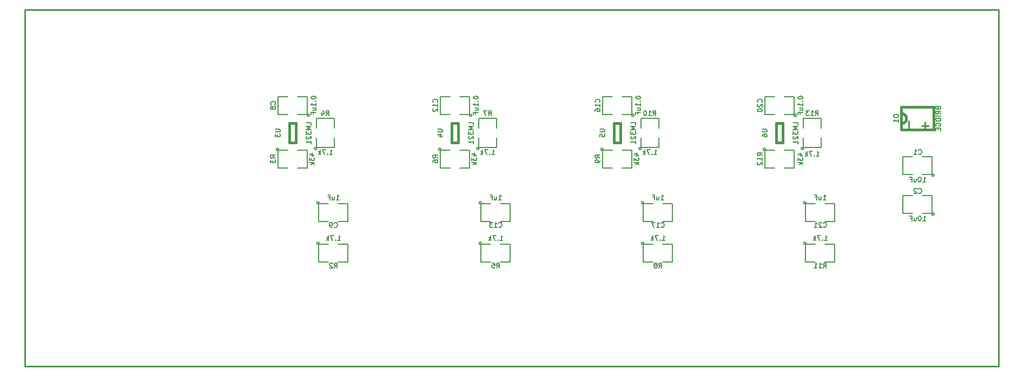
<source format=gbo>
G04 (created by PCBNEW-RS274X (2010-03-14)-final) date Mon 23 May 2011 11:29:30 AM PDT*
G01*
G70*
G90*
%MOIN*%
G04 Gerber Fmt 3.4, Leading zero omitted, Abs format*
%FSLAX34Y34*%
G04 APERTURE LIST*
%ADD10C,0.006000*%
%ADD11C,0.009000*%
%ADD12C,0.015000*%
%ADD13C,0.005000*%
%ADD14C,0.010000*%
G04 APERTURE END LIST*
G54D10*
G54D11*
X25500Y-33500D02*
X25500Y-55500D01*
X85500Y-33500D02*
X25500Y-33500D01*
X85500Y-55500D02*
X85500Y-33500D01*
X25500Y-55500D02*
X85500Y-55500D01*
G54D12*
X41800Y-40500D02*
X42200Y-40500D01*
X42200Y-40500D02*
X42200Y-41700D01*
X42200Y-41700D02*
X41800Y-41700D01*
X41800Y-41700D02*
X41800Y-40500D01*
X51800Y-40500D02*
X52200Y-40500D01*
X52200Y-40500D02*
X52200Y-41700D01*
X52200Y-41700D02*
X51800Y-41700D01*
X51800Y-41700D02*
X51800Y-40500D01*
X61800Y-40500D02*
X62200Y-40500D01*
X62200Y-40500D02*
X62200Y-41700D01*
X62200Y-41700D02*
X61800Y-41700D01*
X61800Y-41700D02*
X61800Y-40500D01*
X71800Y-40500D02*
X72200Y-40500D01*
X72200Y-40500D02*
X72200Y-41700D01*
X72200Y-41700D02*
X71800Y-41700D01*
X71800Y-41700D02*
X71800Y-40500D01*
G54D13*
X81520Y-46100D02*
X81518Y-46113D01*
X81514Y-46126D01*
X81508Y-46138D01*
X81499Y-46149D01*
X81489Y-46158D01*
X81477Y-46164D01*
X81464Y-46168D01*
X81450Y-46169D01*
X81437Y-46168D01*
X81424Y-46164D01*
X81412Y-46158D01*
X81402Y-46150D01*
X81393Y-46139D01*
X81386Y-46127D01*
X81382Y-46114D01*
X81381Y-46100D01*
X81382Y-46088D01*
X81385Y-46075D01*
X81392Y-46063D01*
X81400Y-46052D01*
X81411Y-46043D01*
X81422Y-46036D01*
X81435Y-46032D01*
X81449Y-46031D01*
X81462Y-46032D01*
X81475Y-46035D01*
X81487Y-46041D01*
X81498Y-46050D01*
X81507Y-46060D01*
X81513Y-46072D01*
X81518Y-46085D01*
X81519Y-46099D01*
X81520Y-46100D01*
X80800Y-44950D02*
X81400Y-44950D01*
X81400Y-44950D02*
X81400Y-46050D01*
X81400Y-46050D02*
X80800Y-46050D01*
X80200Y-46050D02*
X79600Y-46050D01*
X79600Y-46050D02*
X79600Y-44950D01*
X79600Y-44950D02*
X80200Y-44950D01*
X43020Y-40000D02*
X43018Y-40013D01*
X43014Y-40026D01*
X43008Y-40038D01*
X42999Y-40049D01*
X42989Y-40058D01*
X42977Y-40064D01*
X42964Y-40068D01*
X42950Y-40069D01*
X42937Y-40068D01*
X42924Y-40064D01*
X42912Y-40058D01*
X42902Y-40050D01*
X42893Y-40039D01*
X42886Y-40027D01*
X42882Y-40014D01*
X42881Y-40000D01*
X42882Y-39988D01*
X42885Y-39975D01*
X42892Y-39963D01*
X42900Y-39952D01*
X42911Y-39943D01*
X42922Y-39936D01*
X42935Y-39932D01*
X42949Y-39931D01*
X42962Y-39932D01*
X42975Y-39935D01*
X42987Y-39941D01*
X42998Y-39950D01*
X43007Y-39960D01*
X43013Y-39972D01*
X43018Y-39985D01*
X43019Y-39999D01*
X43020Y-40000D01*
X42300Y-38850D02*
X42900Y-38850D01*
X42900Y-38850D02*
X42900Y-39950D01*
X42900Y-39950D02*
X42300Y-39950D01*
X41700Y-39950D02*
X41100Y-39950D01*
X41100Y-39950D02*
X41100Y-38850D01*
X41100Y-38850D02*
X41700Y-38850D01*
X43620Y-45400D02*
X43618Y-45413D01*
X43614Y-45426D01*
X43608Y-45438D01*
X43599Y-45449D01*
X43589Y-45458D01*
X43577Y-45464D01*
X43564Y-45468D01*
X43550Y-45469D01*
X43537Y-45468D01*
X43524Y-45464D01*
X43512Y-45458D01*
X43502Y-45450D01*
X43493Y-45439D01*
X43486Y-45427D01*
X43482Y-45414D01*
X43481Y-45400D01*
X43482Y-45388D01*
X43485Y-45375D01*
X43492Y-45363D01*
X43500Y-45352D01*
X43511Y-45343D01*
X43522Y-45336D01*
X43535Y-45332D01*
X43549Y-45331D01*
X43562Y-45332D01*
X43575Y-45335D01*
X43587Y-45341D01*
X43598Y-45350D01*
X43607Y-45360D01*
X43613Y-45372D01*
X43618Y-45385D01*
X43619Y-45399D01*
X43620Y-45400D01*
X44200Y-46550D02*
X43600Y-46550D01*
X43600Y-46550D02*
X43600Y-45450D01*
X43600Y-45450D02*
X44200Y-45450D01*
X44800Y-45450D02*
X45400Y-45450D01*
X45400Y-45450D02*
X45400Y-46550D01*
X45400Y-46550D02*
X44800Y-46550D01*
X53020Y-40000D02*
X53018Y-40013D01*
X53014Y-40026D01*
X53008Y-40038D01*
X52999Y-40049D01*
X52989Y-40058D01*
X52977Y-40064D01*
X52964Y-40068D01*
X52950Y-40069D01*
X52937Y-40068D01*
X52924Y-40064D01*
X52912Y-40058D01*
X52902Y-40050D01*
X52893Y-40039D01*
X52886Y-40027D01*
X52882Y-40014D01*
X52881Y-40000D01*
X52882Y-39988D01*
X52885Y-39975D01*
X52892Y-39963D01*
X52900Y-39952D01*
X52911Y-39943D01*
X52922Y-39936D01*
X52935Y-39932D01*
X52949Y-39931D01*
X52962Y-39932D01*
X52975Y-39935D01*
X52987Y-39941D01*
X52998Y-39950D01*
X53007Y-39960D01*
X53013Y-39972D01*
X53018Y-39985D01*
X53019Y-39999D01*
X53020Y-40000D01*
X52300Y-38850D02*
X52900Y-38850D01*
X52900Y-38850D02*
X52900Y-39950D01*
X52900Y-39950D02*
X52300Y-39950D01*
X51700Y-39950D02*
X51100Y-39950D01*
X51100Y-39950D02*
X51100Y-38850D01*
X51100Y-38850D02*
X51700Y-38850D01*
X53620Y-45400D02*
X53618Y-45413D01*
X53614Y-45426D01*
X53608Y-45438D01*
X53599Y-45449D01*
X53589Y-45458D01*
X53577Y-45464D01*
X53564Y-45468D01*
X53550Y-45469D01*
X53537Y-45468D01*
X53524Y-45464D01*
X53512Y-45458D01*
X53502Y-45450D01*
X53493Y-45439D01*
X53486Y-45427D01*
X53482Y-45414D01*
X53481Y-45400D01*
X53482Y-45388D01*
X53485Y-45375D01*
X53492Y-45363D01*
X53500Y-45352D01*
X53511Y-45343D01*
X53522Y-45336D01*
X53535Y-45332D01*
X53549Y-45331D01*
X53562Y-45332D01*
X53575Y-45335D01*
X53587Y-45341D01*
X53598Y-45350D01*
X53607Y-45360D01*
X53613Y-45372D01*
X53618Y-45385D01*
X53619Y-45399D01*
X53620Y-45400D01*
X54200Y-46550D02*
X53600Y-46550D01*
X53600Y-46550D02*
X53600Y-45450D01*
X53600Y-45450D02*
X54200Y-45450D01*
X54800Y-45450D02*
X55400Y-45450D01*
X55400Y-45450D02*
X55400Y-46550D01*
X55400Y-46550D02*
X54800Y-46550D01*
X63020Y-40000D02*
X63018Y-40013D01*
X63014Y-40026D01*
X63008Y-40038D01*
X62999Y-40049D01*
X62989Y-40058D01*
X62977Y-40064D01*
X62964Y-40068D01*
X62950Y-40069D01*
X62937Y-40068D01*
X62924Y-40064D01*
X62912Y-40058D01*
X62902Y-40050D01*
X62893Y-40039D01*
X62886Y-40027D01*
X62882Y-40014D01*
X62881Y-40000D01*
X62882Y-39988D01*
X62885Y-39975D01*
X62892Y-39963D01*
X62900Y-39952D01*
X62911Y-39943D01*
X62922Y-39936D01*
X62935Y-39932D01*
X62949Y-39931D01*
X62962Y-39932D01*
X62975Y-39935D01*
X62987Y-39941D01*
X62998Y-39950D01*
X63007Y-39960D01*
X63013Y-39972D01*
X63018Y-39985D01*
X63019Y-39999D01*
X63020Y-40000D01*
X62300Y-38850D02*
X62900Y-38850D01*
X62900Y-38850D02*
X62900Y-39950D01*
X62900Y-39950D02*
X62300Y-39950D01*
X61700Y-39950D02*
X61100Y-39950D01*
X61100Y-39950D02*
X61100Y-38850D01*
X61100Y-38850D02*
X61700Y-38850D01*
X63620Y-45400D02*
X63618Y-45413D01*
X63614Y-45426D01*
X63608Y-45438D01*
X63599Y-45449D01*
X63589Y-45458D01*
X63577Y-45464D01*
X63564Y-45468D01*
X63550Y-45469D01*
X63537Y-45468D01*
X63524Y-45464D01*
X63512Y-45458D01*
X63502Y-45450D01*
X63493Y-45439D01*
X63486Y-45427D01*
X63482Y-45414D01*
X63481Y-45400D01*
X63482Y-45388D01*
X63485Y-45375D01*
X63492Y-45363D01*
X63500Y-45352D01*
X63511Y-45343D01*
X63522Y-45336D01*
X63535Y-45332D01*
X63549Y-45331D01*
X63562Y-45332D01*
X63575Y-45335D01*
X63587Y-45341D01*
X63598Y-45350D01*
X63607Y-45360D01*
X63613Y-45372D01*
X63618Y-45385D01*
X63619Y-45399D01*
X63620Y-45400D01*
X64200Y-46550D02*
X63600Y-46550D01*
X63600Y-46550D02*
X63600Y-45450D01*
X63600Y-45450D02*
X64200Y-45450D01*
X64800Y-45450D02*
X65400Y-45450D01*
X65400Y-45450D02*
X65400Y-46550D01*
X65400Y-46550D02*
X64800Y-46550D01*
X73020Y-40000D02*
X73018Y-40013D01*
X73014Y-40026D01*
X73008Y-40038D01*
X72999Y-40049D01*
X72989Y-40058D01*
X72977Y-40064D01*
X72964Y-40068D01*
X72950Y-40069D01*
X72937Y-40068D01*
X72924Y-40064D01*
X72912Y-40058D01*
X72902Y-40050D01*
X72893Y-40039D01*
X72886Y-40027D01*
X72882Y-40014D01*
X72881Y-40000D01*
X72882Y-39988D01*
X72885Y-39975D01*
X72892Y-39963D01*
X72900Y-39952D01*
X72911Y-39943D01*
X72922Y-39936D01*
X72935Y-39932D01*
X72949Y-39931D01*
X72962Y-39932D01*
X72975Y-39935D01*
X72987Y-39941D01*
X72998Y-39950D01*
X73007Y-39960D01*
X73013Y-39972D01*
X73018Y-39985D01*
X73019Y-39999D01*
X73020Y-40000D01*
X72300Y-38850D02*
X72900Y-38850D01*
X72900Y-38850D02*
X72900Y-39950D01*
X72900Y-39950D02*
X72300Y-39950D01*
X71700Y-39950D02*
X71100Y-39950D01*
X71100Y-39950D02*
X71100Y-38850D01*
X71100Y-38850D02*
X71700Y-38850D01*
X73620Y-45400D02*
X73618Y-45413D01*
X73614Y-45426D01*
X73608Y-45438D01*
X73599Y-45449D01*
X73589Y-45458D01*
X73577Y-45464D01*
X73564Y-45468D01*
X73550Y-45469D01*
X73537Y-45468D01*
X73524Y-45464D01*
X73512Y-45458D01*
X73502Y-45450D01*
X73493Y-45439D01*
X73486Y-45427D01*
X73482Y-45414D01*
X73481Y-45400D01*
X73482Y-45388D01*
X73485Y-45375D01*
X73492Y-45363D01*
X73500Y-45352D01*
X73511Y-45343D01*
X73522Y-45336D01*
X73535Y-45332D01*
X73549Y-45331D01*
X73562Y-45332D01*
X73575Y-45335D01*
X73587Y-45341D01*
X73598Y-45350D01*
X73607Y-45360D01*
X73613Y-45372D01*
X73618Y-45385D01*
X73619Y-45399D01*
X73620Y-45400D01*
X74200Y-46550D02*
X73600Y-46550D01*
X73600Y-46550D02*
X73600Y-45450D01*
X73600Y-45450D02*
X74200Y-45450D01*
X74800Y-45450D02*
X75400Y-45450D01*
X75400Y-45450D02*
X75400Y-46550D01*
X75400Y-46550D02*
X74800Y-46550D01*
X43620Y-47900D02*
X43618Y-47913D01*
X43614Y-47926D01*
X43608Y-47938D01*
X43599Y-47949D01*
X43589Y-47958D01*
X43577Y-47964D01*
X43564Y-47968D01*
X43550Y-47969D01*
X43537Y-47968D01*
X43524Y-47964D01*
X43512Y-47958D01*
X43502Y-47950D01*
X43493Y-47939D01*
X43486Y-47927D01*
X43482Y-47914D01*
X43481Y-47900D01*
X43482Y-47888D01*
X43485Y-47875D01*
X43492Y-47863D01*
X43500Y-47852D01*
X43511Y-47843D01*
X43522Y-47836D01*
X43535Y-47832D01*
X43549Y-47831D01*
X43562Y-47832D01*
X43575Y-47835D01*
X43587Y-47841D01*
X43598Y-47850D01*
X43607Y-47860D01*
X43613Y-47872D01*
X43618Y-47885D01*
X43619Y-47899D01*
X43620Y-47900D01*
X44200Y-49050D02*
X43600Y-49050D01*
X43600Y-49050D02*
X43600Y-47950D01*
X43600Y-47950D02*
X44200Y-47950D01*
X44800Y-47950D02*
X45400Y-47950D01*
X45400Y-47950D02*
X45400Y-49050D01*
X45400Y-49050D02*
X44800Y-49050D01*
X41120Y-42100D02*
X41118Y-42113D01*
X41114Y-42126D01*
X41108Y-42138D01*
X41099Y-42149D01*
X41089Y-42158D01*
X41077Y-42164D01*
X41064Y-42168D01*
X41050Y-42169D01*
X41037Y-42168D01*
X41024Y-42164D01*
X41012Y-42158D01*
X41002Y-42150D01*
X40993Y-42139D01*
X40986Y-42127D01*
X40982Y-42114D01*
X40981Y-42100D01*
X40982Y-42088D01*
X40985Y-42075D01*
X40992Y-42063D01*
X41000Y-42052D01*
X41011Y-42043D01*
X41022Y-42036D01*
X41035Y-42032D01*
X41049Y-42031D01*
X41062Y-42032D01*
X41075Y-42035D01*
X41087Y-42041D01*
X41098Y-42050D01*
X41107Y-42060D01*
X41113Y-42072D01*
X41118Y-42085D01*
X41119Y-42099D01*
X41120Y-42100D01*
X41700Y-43250D02*
X41100Y-43250D01*
X41100Y-43250D02*
X41100Y-42150D01*
X41100Y-42150D02*
X41700Y-42150D01*
X42300Y-42150D02*
X42900Y-42150D01*
X42900Y-42150D02*
X42900Y-43250D01*
X42900Y-43250D02*
X42300Y-43250D01*
X43470Y-42050D02*
X43468Y-42063D01*
X43464Y-42076D01*
X43458Y-42088D01*
X43449Y-42099D01*
X43439Y-42108D01*
X43427Y-42114D01*
X43414Y-42118D01*
X43400Y-42119D01*
X43387Y-42118D01*
X43374Y-42114D01*
X43362Y-42108D01*
X43352Y-42100D01*
X43343Y-42089D01*
X43336Y-42077D01*
X43332Y-42064D01*
X43331Y-42050D01*
X43332Y-42038D01*
X43335Y-42025D01*
X43342Y-42013D01*
X43350Y-42002D01*
X43361Y-41993D01*
X43372Y-41986D01*
X43385Y-41982D01*
X43399Y-41981D01*
X43412Y-41982D01*
X43425Y-41985D01*
X43437Y-41991D01*
X43448Y-42000D01*
X43457Y-42010D01*
X43463Y-42022D01*
X43468Y-42035D01*
X43469Y-42049D01*
X43470Y-42050D01*
X44550Y-41400D02*
X44550Y-42000D01*
X44550Y-42000D02*
X43450Y-42000D01*
X43450Y-42000D02*
X43450Y-41400D01*
X43450Y-40800D02*
X43450Y-40200D01*
X43450Y-40200D02*
X44550Y-40200D01*
X44550Y-40200D02*
X44550Y-40800D01*
X53620Y-47900D02*
X53618Y-47913D01*
X53614Y-47926D01*
X53608Y-47938D01*
X53599Y-47949D01*
X53589Y-47958D01*
X53577Y-47964D01*
X53564Y-47968D01*
X53550Y-47969D01*
X53537Y-47968D01*
X53524Y-47964D01*
X53512Y-47958D01*
X53502Y-47950D01*
X53493Y-47939D01*
X53486Y-47927D01*
X53482Y-47914D01*
X53481Y-47900D01*
X53482Y-47888D01*
X53485Y-47875D01*
X53492Y-47863D01*
X53500Y-47852D01*
X53511Y-47843D01*
X53522Y-47836D01*
X53535Y-47832D01*
X53549Y-47831D01*
X53562Y-47832D01*
X53575Y-47835D01*
X53587Y-47841D01*
X53598Y-47850D01*
X53607Y-47860D01*
X53613Y-47872D01*
X53618Y-47885D01*
X53619Y-47899D01*
X53620Y-47900D01*
X54200Y-49050D02*
X53600Y-49050D01*
X53600Y-49050D02*
X53600Y-47950D01*
X53600Y-47950D02*
X54200Y-47950D01*
X54800Y-47950D02*
X55400Y-47950D01*
X55400Y-47950D02*
X55400Y-49050D01*
X55400Y-49050D02*
X54800Y-49050D01*
X51120Y-42100D02*
X51118Y-42113D01*
X51114Y-42126D01*
X51108Y-42138D01*
X51099Y-42149D01*
X51089Y-42158D01*
X51077Y-42164D01*
X51064Y-42168D01*
X51050Y-42169D01*
X51037Y-42168D01*
X51024Y-42164D01*
X51012Y-42158D01*
X51002Y-42150D01*
X50993Y-42139D01*
X50986Y-42127D01*
X50982Y-42114D01*
X50981Y-42100D01*
X50982Y-42088D01*
X50985Y-42075D01*
X50992Y-42063D01*
X51000Y-42052D01*
X51011Y-42043D01*
X51022Y-42036D01*
X51035Y-42032D01*
X51049Y-42031D01*
X51062Y-42032D01*
X51075Y-42035D01*
X51087Y-42041D01*
X51098Y-42050D01*
X51107Y-42060D01*
X51113Y-42072D01*
X51118Y-42085D01*
X51119Y-42099D01*
X51120Y-42100D01*
X51700Y-43250D02*
X51100Y-43250D01*
X51100Y-43250D02*
X51100Y-42150D01*
X51100Y-42150D02*
X51700Y-42150D01*
X52300Y-42150D02*
X52900Y-42150D01*
X52900Y-42150D02*
X52900Y-43250D01*
X52900Y-43250D02*
X52300Y-43250D01*
X53470Y-42050D02*
X53468Y-42063D01*
X53464Y-42076D01*
X53458Y-42088D01*
X53449Y-42099D01*
X53439Y-42108D01*
X53427Y-42114D01*
X53414Y-42118D01*
X53400Y-42119D01*
X53387Y-42118D01*
X53374Y-42114D01*
X53362Y-42108D01*
X53352Y-42100D01*
X53343Y-42089D01*
X53336Y-42077D01*
X53332Y-42064D01*
X53331Y-42050D01*
X53332Y-42038D01*
X53335Y-42025D01*
X53342Y-42013D01*
X53350Y-42002D01*
X53361Y-41993D01*
X53372Y-41986D01*
X53385Y-41982D01*
X53399Y-41981D01*
X53412Y-41982D01*
X53425Y-41985D01*
X53437Y-41991D01*
X53448Y-42000D01*
X53457Y-42010D01*
X53463Y-42022D01*
X53468Y-42035D01*
X53469Y-42049D01*
X53470Y-42050D01*
X54550Y-41400D02*
X54550Y-42000D01*
X54550Y-42000D02*
X53450Y-42000D01*
X53450Y-42000D02*
X53450Y-41400D01*
X53450Y-40800D02*
X53450Y-40200D01*
X53450Y-40200D02*
X54550Y-40200D01*
X54550Y-40200D02*
X54550Y-40800D01*
X63620Y-47900D02*
X63618Y-47913D01*
X63614Y-47926D01*
X63608Y-47938D01*
X63599Y-47949D01*
X63589Y-47958D01*
X63577Y-47964D01*
X63564Y-47968D01*
X63550Y-47969D01*
X63537Y-47968D01*
X63524Y-47964D01*
X63512Y-47958D01*
X63502Y-47950D01*
X63493Y-47939D01*
X63486Y-47927D01*
X63482Y-47914D01*
X63481Y-47900D01*
X63482Y-47888D01*
X63485Y-47875D01*
X63492Y-47863D01*
X63500Y-47852D01*
X63511Y-47843D01*
X63522Y-47836D01*
X63535Y-47832D01*
X63549Y-47831D01*
X63562Y-47832D01*
X63575Y-47835D01*
X63587Y-47841D01*
X63598Y-47850D01*
X63607Y-47860D01*
X63613Y-47872D01*
X63618Y-47885D01*
X63619Y-47899D01*
X63620Y-47900D01*
X64200Y-49050D02*
X63600Y-49050D01*
X63600Y-49050D02*
X63600Y-47950D01*
X63600Y-47950D02*
X64200Y-47950D01*
X64800Y-47950D02*
X65400Y-47950D01*
X65400Y-47950D02*
X65400Y-49050D01*
X65400Y-49050D02*
X64800Y-49050D01*
X61120Y-42100D02*
X61118Y-42113D01*
X61114Y-42126D01*
X61108Y-42138D01*
X61099Y-42149D01*
X61089Y-42158D01*
X61077Y-42164D01*
X61064Y-42168D01*
X61050Y-42169D01*
X61037Y-42168D01*
X61024Y-42164D01*
X61012Y-42158D01*
X61002Y-42150D01*
X60993Y-42139D01*
X60986Y-42127D01*
X60982Y-42114D01*
X60981Y-42100D01*
X60982Y-42088D01*
X60985Y-42075D01*
X60992Y-42063D01*
X61000Y-42052D01*
X61011Y-42043D01*
X61022Y-42036D01*
X61035Y-42032D01*
X61049Y-42031D01*
X61062Y-42032D01*
X61075Y-42035D01*
X61087Y-42041D01*
X61098Y-42050D01*
X61107Y-42060D01*
X61113Y-42072D01*
X61118Y-42085D01*
X61119Y-42099D01*
X61120Y-42100D01*
X61700Y-43250D02*
X61100Y-43250D01*
X61100Y-43250D02*
X61100Y-42150D01*
X61100Y-42150D02*
X61700Y-42150D01*
X62300Y-42150D02*
X62900Y-42150D01*
X62900Y-42150D02*
X62900Y-43250D01*
X62900Y-43250D02*
X62300Y-43250D01*
X63470Y-42050D02*
X63468Y-42063D01*
X63464Y-42076D01*
X63458Y-42088D01*
X63449Y-42099D01*
X63439Y-42108D01*
X63427Y-42114D01*
X63414Y-42118D01*
X63400Y-42119D01*
X63387Y-42118D01*
X63374Y-42114D01*
X63362Y-42108D01*
X63352Y-42100D01*
X63343Y-42089D01*
X63336Y-42077D01*
X63332Y-42064D01*
X63331Y-42050D01*
X63332Y-42038D01*
X63335Y-42025D01*
X63342Y-42013D01*
X63350Y-42002D01*
X63361Y-41993D01*
X63372Y-41986D01*
X63385Y-41982D01*
X63399Y-41981D01*
X63412Y-41982D01*
X63425Y-41985D01*
X63437Y-41991D01*
X63448Y-42000D01*
X63457Y-42010D01*
X63463Y-42022D01*
X63468Y-42035D01*
X63469Y-42049D01*
X63470Y-42050D01*
X64550Y-41400D02*
X64550Y-42000D01*
X64550Y-42000D02*
X63450Y-42000D01*
X63450Y-42000D02*
X63450Y-41400D01*
X63450Y-40800D02*
X63450Y-40200D01*
X63450Y-40200D02*
X64550Y-40200D01*
X64550Y-40200D02*
X64550Y-40800D01*
X73620Y-47900D02*
X73618Y-47913D01*
X73614Y-47926D01*
X73608Y-47938D01*
X73599Y-47949D01*
X73589Y-47958D01*
X73577Y-47964D01*
X73564Y-47968D01*
X73550Y-47969D01*
X73537Y-47968D01*
X73524Y-47964D01*
X73512Y-47958D01*
X73502Y-47950D01*
X73493Y-47939D01*
X73486Y-47927D01*
X73482Y-47914D01*
X73481Y-47900D01*
X73482Y-47888D01*
X73485Y-47875D01*
X73492Y-47863D01*
X73500Y-47852D01*
X73511Y-47843D01*
X73522Y-47836D01*
X73535Y-47832D01*
X73549Y-47831D01*
X73562Y-47832D01*
X73575Y-47835D01*
X73587Y-47841D01*
X73598Y-47850D01*
X73607Y-47860D01*
X73613Y-47872D01*
X73618Y-47885D01*
X73619Y-47899D01*
X73620Y-47900D01*
X74200Y-49050D02*
X73600Y-49050D01*
X73600Y-49050D02*
X73600Y-47950D01*
X73600Y-47950D02*
X74200Y-47950D01*
X74800Y-47950D02*
X75400Y-47950D01*
X75400Y-47950D02*
X75400Y-49050D01*
X75400Y-49050D02*
X74800Y-49050D01*
X71120Y-42100D02*
X71118Y-42113D01*
X71114Y-42126D01*
X71108Y-42138D01*
X71099Y-42149D01*
X71089Y-42158D01*
X71077Y-42164D01*
X71064Y-42168D01*
X71050Y-42169D01*
X71037Y-42168D01*
X71024Y-42164D01*
X71012Y-42158D01*
X71002Y-42150D01*
X70993Y-42139D01*
X70986Y-42127D01*
X70982Y-42114D01*
X70981Y-42100D01*
X70982Y-42088D01*
X70985Y-42075D01*
X70992Y-42063D01*
X71000Y-42052D01*
X71011Y-42043D01*
X71022Y-42036D01*
X71035Y-42032D01*
X71049Y-42031D01*
X71062Y-42032D01*
X71075Y-42035D01*
X71087Y-42041D01*
X71098Y-42050D01*
X71107Y-42060D01*
X71113Y-42072D01*
X71118Y-42085D01*
X71119Y-42099D01*
X71120Y-42100D01*
X71700Y-43250D02*
X71100Y-43250D01*
X71100Y-43250D02*
X71100Y-42150D01*
X71100Y-42150D02*
X71700Y-42150D01*
X72300Y-42150D02*
X72900Y-42150D01*
X72900Y-42150D02*
X72900Y-43250D01*
X72900Y-43250D02*
X72300Y-43250D01*
X73470Y-42050D02*
X73468Y-42063D01*
X73464Y-42076D01*
X73458Y-42088D01*
X73449Y-42099D01*
X73439Y-42108D01*
X73427Y-42114D01*
X73414Y-42118D01*
X73400Y-42119D01*
X73387Y-42118D01*
X73374Y-42114D01*
X73362Y-42108D01*
X73352Y-42100D01*
X73343Y-42089D01*
X73336Y-42077D01*
X73332Y-42064D01*
X73331Y-42050D01*
X73332Y-42038D01*
X73335Y-42025D01*
X73342Y-42013D01*
X73350Y-42002D01*
X73361Y-41993D01*
X73372Y-41986D01*
X73385Y-41982D01*
X73399Y-41981D01*
X73412Y-41982D01*
X73425Y-41985D01*
X73437Y-41991D01*
X73448Y-42000D01*
X73457Y-42010D01*
X73463Y-42022D01*
X73468Y-42035D01*
X73469Y-42049D01*
X73470Y-42050D01*
X74550Y-41400D02*
X74550Y-42000D01*
X74550Y-42000D02*
X73450Y-42000D01*
X73450Y-42000D02*
X73450Y-41400D01*
X73450Y-40800D02*
X73450Y-40200D01*
X73450Y-40200D02*
X74550Y-40200D01*
X74550Y-40200D02*
X74550Y-40800D01*
G54D12*
X79800Y-40200D02*
X79798Y-40174D01*
X79795Y-40148D01*
X79789Y-40123D01*
X79781Y-40098D01*
X79771Y-40074D01*
X79759Y-40051D01*
X79745Y-40028D01*
X79729Y-40008D01*
X79712Y-39988D01*
X79692Y-39971D01*
X79672Y-39955D01*
X79650Y-39941D01*
X79626Y-39929D01*
X79602Y-39919D01*
X79577Y-39911D01*
X79552Y-39905D01*
X79526Y-39902D01*
X79500Y-39900D01*
X79500Y-40500D02*
X79526Y-40498D01*
X79552Y-40495D01*
X79577Y-40489D01*
X79602Y-40481D01*
X79626Y-40471D01*
X79650Y-40459D01*
X79672Y-40445D01*
X79692Y-40429D01*
X79712Y-40412D01*
X79729Y-40392D01*
X79745Y-40372D01*
X79759Y-40349D01*
X79771Y-40326D01*
X79781Y-40302D01*
X79789Y-40277D01*
X79795Y-40252D01*
X79798Y-40226D01*
X79800Y-40200D01*
X79500Y-39500D02*
X81500Y-39500D01*
X81500Y-39500D02*
X81500Y-40900D01*
X81500Y-40900D02*
X79500Y-40900D01*
X79500Y-40900D02*
X79500Y-39500D01*
G54D13*
X81520Y-43700D02*
X81518Y-43713D01*
X81514Y-43726D01*
X81508Y-43738D01*
X81499Y-43749D01*
X81489Y-43758D01*
X81477Y-43764D01*
X81464Y-43768D01*
X81450Y-43769D01*
X81437Y-43768D01*
X81424Y-43764D01*
X81412Y-43758D01*
X81402Y-43750D01*
X81393Y-43739D01*
X81386Y-43727D01*
X81382Y-43714D01*
X81381Y-43700D01*
X81382Y-43688D01*
X81385Y-43675D01*
X81392Y-43663D01*
X81400Y-43652D01*
X81411Y-43643D01*
X81422Y-43636D01*
X81435Y-43632D01*
X81449Y-43631D01*
X81462Y-43632D01*
X81475Y-43635D01*
X81487Y-43641D01*
X81498Y-43650D01*
X81507Y-43660D01*
X81513Y-43672D01*
X81518Y-43685D01*
X81519Y-43699D01*
X81520Y-43700D01*
X80800Y-42550D02*
X81400Y-42550D01*
X81400Y-42550D02*
X81400Y-43650D01*
X81400Y-43650D02*
X80800Y-43650D01*
X80200Y-43650D02*
X79600Y-43650D01*
X79600Y-43650D02*
X79600Y-42550D01*
X79600Y-42550D02*
X80200Y-42550D01*
X40921Y-40871D02*
X41164Y-40871D01*
X41193Y-40886D01*
X41207Y-40900D01*
X41221Y-40929D01*
X41221Y-40986D01*
X41207Y-41014D01*
X41193Y-41029D01*
X41164Y-41043D01*
X40921Y-41043D01*
X40921Y-41157D02*
X40921Y-41343D01*
X41036Y-41243D01*
X41036Y-41285D01*
X41050Y-41314D01*
X41064Y-41328D01*
X41093Y-41343D01*
X41164Y-41343D01*
X41193Y-41328D01*
X41207Y-41314D01*
X41221Y-41285D01*
X41221Y-41200D01*
X41207Y-41171D01*
X41193Y-41157D01*
X43121Y-40592D02*
X43121Y-40449D01*
X42821Y-40449D01*
X43121Y-40692D02*
X42821Y-40692D01*
X43036Y-40792D01*
X42821Y-40892D01*
X43121Y-40892D01*
X42821Y-41007D02*
X42821Y-41193D01*
X42936Y-41093D01*
X42936Y-41135D01*
X42950Y-41164D01*
X42964Y-41178D01*
X42993Y-41193D01*
X43064Y-41193D01*
X43093Y-41178D01*
X43107Y-41164D01*
X43121Y-41135D01*
X43121Y-41050D01*
X43107Y-41021D01*
X43093Y-41007D01*
X42850Y-41307D02*
X42836Y-41321D01*
X42821Y-41350D01*
X42821Y-41421D01*
X42836Y-41450D01*
X42850Y-41464D01*
X42879Y-41479D01*
X42907Y-41479D01*
X42950Y-41464D01*
X43121Y-41293D01*
X43121Y-41479D01*
X43121Y-41765D02*
X43121Y-41593D01*
X43121Y-41679D02*
X42821Y-41679D01*
X42864Y-41650D01*
X42893Y-41622D01*
X42907Y-41593D01*
X50921Y-40871D02*
X51164Y-40871D01*
X51193Y-40886D01*
X51207Y-40900D01*
X51221Y-40929D01*
X51221Y-40986D01*
X51207Y-41014D01*
X51193Y-41029D01*
X51164Y-41043D01*
X50921Y-41043D01*
X51021Y-41314D02*
X51221Y-41314D01*
X50907Y-41243D02*
X51121Y-41171D01*
X51121Y-41357D01*
X53121Y-40592D02*
X53121Y-40449D01*
X52821Y-40449D01*
X53121Y-40692D02*
X52821Y-40692D01*
X53036Y-40792D01*
X52821Y-40892D01*
X53121Y-40892D01*
X52821Y-41007D02*
X52821Y-41193D01*
X52936Y-41093D01*
X52936Y-41135D01*
X52950Y-41164D01*
X52964Y-41178D01*
X52993Y-41193D01*
X53064Y-41193D01*
X53093Y-41178D01*
X53107Y-41164D01*
X53121Y-41135D01*
X53121Y-41050D01*
X53107Y-41021D01*
X53093Y-41007D01*
X52850Y-41307D02*
X52836Y-41321D01*
X52821Y-41350D01*
X52821Y-41421D01*
X52836Y-41450D01*
X52850Y-41464D01*
X52879Y-41479D01*
X52907Y-41479D01*
X52950Y-41464D01*
X53121Y-41293D01*
X53121Y-41479D01*
X53121Y-41765D02*
X53121Y-41593D01*
X53121Y-41679D02*
X52821Y-41679D01*
X52864Y-41650D01*
X52893Y-41622D01*
X52907Y-41593D01*
X60921Y-40871D02*
X61164Y-40871D01*
X61193Y-40886D01*
X61207Y-40900D01*
X61221Y-40929D01*
X61221Y-40986D01*
X61207Y-41014D01*
X61193Y-41029D01*
X61164Y-41043D01*
X60921Y-41043D01*
X60921Y-41328D02*
X60921Y-41185D01*
X61064Y-41171D01*
X61050Y-41185D01*
X61036Y-41214D01*
X61036Y-41285D01*
X61050Y-41314D01*
X61064Y-41328D01*
X61093Y-41343D01*
X61164Y-41343D01*
X61193Y-41328D01*
X61207Y-41314D01*
X61221Y-41285D01*
X61221Y-41214D01*
X61207Y-41185D01*
X61193Y-41171D01*
X63121Y-40592D02*
X63121Y-40449D01*
X62821Y-40449D01*
X63121Y-40692D02*
X62821Y-40692D01*
X63036Y-40792D01*
X62821Y-40892D01*
X63121Y-40892D01*
X62821Y-41007D02*
X62821Y-41193D01*
X62936Y-41093D01*
X62936Y-41135D01*
X62950Y-41164D01*
X62964Y-41178D01*
X62993Y-41193D01*
X63064Y-41193D01*
X63093Y-41178D01*
X63107Y-41164D01*
X63121Y-41135D01*
X63121Y-41050D01*
X63107Y-41021D01*
X63093Y-41007D01*
X62850Y-41307D02*
X62836Y-41321D01*
X62821Y-41350D01*
X62821Y-41421D01*
X62836Y-41450D01*
X62850Y-41464D01*
X62879Y-41479D01*
X62907Y-41479D01*
X62950Y-41464D01*
X63121Y-41293D01*
X63121Y-41479D01*
X63121Y-41765D02*
X63121Y-41593D01*
X63121Y-41679D02*
X62821Y-41679D01*
X62864Y-41650D01*
X62893Y-41622D01*
X62907Y-41593D01*
X70921Y-40871D02*
X71164Y-40871D01*
X71193Y-40886D01*
X71207Y-40900D01*
X71221Y-40929D01*
X71221Y-40986D01*
X71207Y-41014D01*
X71193Y-41029D01*
X71164Y-41043D01*
X70921Y-41043D01*
X70921Y-41314D02*
X70921Y-41257D01*
X70936Y-41228D01*
X70950Y-41214D01*
X70993Y-41185D01*
X71050Y-41171D01*
X71164Y-41171D01*
X71193Y-41185D01*
X71207Y-41200D01*
X71221Y-41228D01*
X71221Y-41285D01*
X71207Y-41314D01*
X71193Y-41328D01*
X71164Y-41343D01*
X71093Y-41343D01*
X71064Y-41328D01*
X71050Y-41314D01*
X71036Y-41285D01*
X71036Y-41228D01*
X71050Y-41200D01*
X71064Y-41185D01*
X71093Y-41171D01*
X73121Y-40592D02*
X73121Y-40449D01*
X72821Y-40449D01*
X73121Y-40692D02*
X72821Y-40692D01*
X73036Y-40792D01*
X72821Y-40892D01*
X73121Y-40892D01*
X72821Y-41007D02*
X72821Y-41193D01*
X72936Y-41093D01*
X72936Y-41135D01*
X72950Y-41164D01*
X72964Y-41178D01*
X72993Y-41193D01*
X73064Y-41193D01*
X73093Y-41178D01*
X73107Y-41164D01*
X73121Y-41135D01*
X73121Y-41050D01*
X73107Y-41021D01*
X73093Y-41007D01*
X72850Y-41307D02*
X72836Y-41321D01*
X72821Y-41350D01*
X72821Y-41421D01*
X72836Y-41450D01*
X72850Y-41464D01*
X72879Y-41479D01*
X72907Y-41479D01*
X72950Y-41464D01*
X73121Y-41293D01*
X73121Y-41479D01*
X73121Y-41765D02*
X73121Y-41593D01*
X73121Y-41679D02*
X72821Y-41679D01*
X72864Y-41650D01*
X72893Y-41622D01*
X72907Y-41593D01*
X80550Y-44793D02*
X80564Y-44807D01*
X80607Y-44821D01*
X80636Y-44821D01*
X80679Y-44807D01*
X80707Y-44779D01*
X80722Y-44750D01*
X80736Y-44693D01*
X80736Y-44650D01*
X80722Y-44593D01*
X80707Y-44564D01*
X80679Y-44536D01*
X80636Y-44521D01*
X80607Y-44521D01*
X80564Y-44536D01*
X80550Y-44550D01*
X80436Y-44550D02*
X80422Y-44536D01*
X80393Y-44521D01*
X80322Y-44521D01*
X80293Y-44536D01*
X80279Y-44550D01*
X80264Y-44579D01*
X80264Y-44607D01*
X80279Y-44650D01*
X80450Y-44821D01*
X80264Y-44821D01*
X80821Y-46521D02*
X80993Y-46521D01*
X80907Y-46521D02*
X80907Y-46221D01*
X80936Y-46264D01*
X80964Y-46293D01*
X80993Y-46307D01*
X80635Y-46221D02*
X80607Y-46221D01*
X80578Y-46236D01*
X80564Y-46250D01*
X80550Y-46279D01*
X80535Y-46336D01*
X80535Y-46407D01*
X80550Y-46464D01*
X80564Y-46493D01*
X80578Y-46507D01*
X80607Y-46521D01*
X80635Y-46521D01*
X80664Y-46507D01*
X80678Y-46493D01*
X80693Y-46464D01*
X80707Y-46407D01*
X80707Y-46336D01*
X80693Y-46279D01*
X80678Y-46250D01*
X80664Y-46236D01*
X80635Y-46221D01*
X80278Y-46321D02*
X80278Y-46521D01*
X80407Y-46321D02*
X80407Y-46479D01*
X80392Y-46507D01*
X80364Y-46521D01*
X80321Y-46521D01*
X80292Y-46507D01*
X80278Y-46493D01*
X80036Y-46364D02*
X80136Y-46364D01*
X80136Y-46521D02*
X80136Y-46221D01*
X79993Y-46221D01*
X40893Y-39350D02*
X40907Y-39336D01*
X40921Y-39293D01*
X40921Y-39264D01*
X40907Y-39221D01*
X40879Y-39193D01*
X40850Y-39178D01*
X40793Y-39164D01*
X40750Y-39164D01*
X40693Y-39178D01*
X40664Y-39193D01*
X40636Y-39221D01*
X40621Y-39264D01*
X40621Y-39293D01*
X40636Y-39336D01*
X40650Y-39350D01*
X40750Y-39521D02*
X40736Y-39493D01*
X40721Y-39478D01*
X40693Y-39464D01*
X40679Y-39464D01*
X40650Y-39478D01*
X40636Y-39493D01*
X40621Y-39521D01*
X40621Y-39578D01*
X40636Y-39607D01*
X40650Y-39621D01*
X40679Y-39636D01*
X40693Y-39636D01*
X40721Y-39621D01*
X40736Y-39607D01*
X40750Y-39578D01*
X40750Y-39521D01*
X40764Y-39493D01*
X40779Y-39478D01*
X40807Y-39464D01*
X40864Y-39464D01*
X40893Y-39478D01*
X40907Y-39493D01*
X40921Y-39521D01*
X40921Y-39578D01*
X40907Y-39607D01*
X40893Y-39621D01*
X40864Y-39636D01*
X40807Y-39636D01*
X40779Y-39621D01*
X40764Y-39607D01*
X40750Y-39578D01*
X43121Y-38908D02*
X43121Y-38936D01*
X43136Y-38965D01*
X43150Y-38979D01*
X43179Y-38993D01*
X43236Y-39008D01*
X43307Y-39008D01*
X43364Y-38993D01*
X43393Y-38979D01*
X43407Y-38965D01*
X43421Y-38936D01*
X43421Y-38908D01*
X43407Y-38879D01*
X43393Y-38865D01*
X43364Y-38850D01*
X43307Y-38836D01*
X43236Y-38836D01*
X43179Y-38850D01*
X43150Y-38865D01*
X43136Y-38879D01*
X43121Y-38908D01*
X43393Y-39136D02*
X43407Y-39151D01*
X43421Y-39136D01*
X43407Y-39122D01*
X43393Y-39136D01*
X43421Y-39136D01*
X43421Y-39437D02*
X43421Y-39265D01*
X43421Y-39351D02*
X43121Y-39351D01*
X43164Y-39322D01*
X43193Y-39294D01*
X43207Y-39265D01*
X43221Y-39694D02*
X43421Y-39694D01*
X43221Y-39565D02*
X43379Y-39565D01*
X43407Y-39580D01*
X43421Y-39608D01*
X43421Y-39651D01*
X43407Y-39680D01*
X43393Y-39694D01*
X43264Y-39936D02*
X43264Y-39836D01*
X43421Y-39836D02*
X43121Y-39836D01*
X43121Y-39979D01*
X44550Y-46893D02*
X44564Y-46907D01*
X44607Y-46921D01*
X44636Y-46921D01*
X44679Y-46907D01*
X44707Y-46879D01*
X44722Y-46850D01*
X44736Y-46793D01*
X44736Y-46750D01*
X44722Y-46693D01*
X44707Y-46664D01*
X44679Y-46636D01*
X44636Y-46621D01*
X44607Y-46621D01*
X44564Y-46636D01*
X44550Y-46650D01*
X44407Y-46921D02*
X44350Y-46921D01*
X44322Y-46907D01*
X44307Y-46893D01*
X44279Y-46850D01*
X44264Y-46793D01*
X44264Y-46679D01*
X44279Y-46650D01*
X44293Y-46636D01*
X44322Y-46621D01*
X44379Y-46621D01*
X44407Y-46636D01*
X44422Y-46650D01*
X44436Y-46679D01*
X44436Y-46750D01*
X44422Y-46779D01*
X44407Y-46793D01*
X44379Y-46807D01*
X44322Y-46807D01*
X44293Y-46793D01*
X44279Y-46779D01*
X44264Y-46750D01*
X44678Y-45221D02*
X44850Y-45221D01*
X44764Y-45221D02*
X44764Y-44921D01*
X44793Y-44964D01*
X44821Y-44993D01*
X44850Y-45007D01*
X44421Y-45021D02*
X44421Y-45221D01*
X44550Y-45021D02*
X44550Y-45179D01*
X44535Y-45207D01*
X44507Y-45221D01*
X44464Y-45221D01*
X44435Y-45207D01*
X44421Y-45193D01*
X44179Y-45064D02*
X44279Y-45064D01*
X44279Y-45221D02*
X44279Y-44921D01*
X44136Y-44921D01*
X50893Y-39207D02*
X50907Y-39193D01*
X50921Y-39150D01*
X50921Y-39121D01*
X50907Y-39078D01*
X50879Y-39050D01*
X50850Y-39035D01*
X50793Y-39021D01*
X50750Y-39021D01*
X50693Y-39035D01*
X50664Y-39050D01*
X50636Y-39078D01*
X50621Y-39121D01*
X50621Y-39150D01*
X50636Y-39193D01*
X50650Y-39207D01*
X50921Y-39493D02*
X50921Y-39321D01*
X50921Y-39407D02*
X50621Y-39407D01*
X50664Y-39378D01*
X50693Y-39350D01*
X50707Y-39321D01*
X50650Y-39607D02*
X50636Y-39621D01*
X50621Y-39650D01*
X50621Y-39721D01*
X50636Y-39750D01*
X50650Y-39764D01*
X50679Y-39779D01*
X50707Y-39779D01*
X50750Y-39764D01*
X50921Y-39593D01*
X50921Y-39779D01*
X53121Y-38908D02*
X53121Y-38936D01*
X53136Y-38965D01*
X53150Y-38979D01*
X53179Y-38993D01*
X53236Y-39008D01*
X53307Y-39008D01*
X53364Y-38993D01*
X53393Y-38979D01*
X53407Y-38965D01*
X53421Y-38936D01*
X53421Y-38908D01*
X53407Y-38879D01*
X53393Y-38865D01*
X53364Y-38850D01*
X53307Y-38836D01*
X53236Y-38836D01*
X53179Y-38850D01*
X53150Y-38865D01*
X53136Y-38879D01*
X53121Y-38908D01*
X53393Y-39136D02*
X53407Y-39151D01*
X53421Y-39136D01*
X53407Y-39122D01*
X53393Y-39136D01*
X53421Y-39136D01*
X53421Y-39437D02*
X53421Y-39265D01*
X53421Y-39351D02*
X53121Y-39351D01*
X53164Y-39322D01*
X53193Y-39294D01*
X53207Y-39265D01*
X53221Y-39694D02*
X53421Y-39694D01*
X53221Y-39565D02*
X53379Y-39565D01*
X53407Y-39580D01*
X53421Y-39608D01*
X53421Y-39651D01*
X53407Y-39680D01*
X53393Y-39694D01*
X53264Y-39936D02*
X53264Y-39836D01*
X53421Y-39836D02*
X53121Y-39836D01*
X53121Y-39979D01*
X54693Y-46893D02*
X54707Y-46907D01*
X54750Y-46921D01*
X54779Y-46921D01*
X54822Y-46907D01*
X54850Y-46879D01*
X54865Y-46850D01*
X54879Y-46793D01*
X54879Y-46750D01*
X54865Y-46693D01*
X54850Y-46664D01*
X54822Y-46636D01*
X54779Y-46621D01*
X54750Y-46621D01*
X54707Y-46636D01*
X54693Y-46650D01*
X54407Y-46921D02*
X54579Y-46921D01*
X54493Y-46921D02*
X54493Y-46621D01*
X54522Y-46664D01*
X54550Y-46693D01*
X54579Y-46707D01*
X54307Y-46621D02*
X54121Y-46621D01*
X54221Y-46736D01*
X54179Y-46736D01*
X54150Y-46750D01*
X54136Y-46764D01*
X54121Y-46793D01*
X54121Y-46864D01*
X54136Y-46893D01*
X54150Y-46907D01*
X54179Y-46921D01*
X54264Y-46921D01*
X54293Y-46907D01*
X54307Y-46893D01*
X54678Y-45221D02*
X54850Y-45221D01*
X54764Y-45221D02*
X54764Y-44921D01*
X54793Y-44964D01*
X54821Y-44993D01*
X54850Y-45007D01*
X54421Y-45021D02*
X54421Y-45221D01*
X54550Y-45021D02*
X54550Y-45179D01*
X54535Y-45207D01*
X54507Y-45221D01*
X54464Y-45221D01*
X54435Y-45207D01*
X54421Y-45193D01*
X54179Y-45064D02*
X54279Y-45064D01*
X54279Y-45221D02*
X54279Y-44921D01*
X54136Y-44921D01*
X60893Y-39207D02*
X60907Y-39193D01*
X60921Y-39150D01*
X60921Y-39121D01*
X60907Y-39078D01*
X60879Y-39050D01*
X60850Y-39035D01*
X60793Y-39021D01*
X60750Y-39021D01*
X60693Y-39035D01*
X60664Y-39050D01*
X60636Y-39078D01*
X60621Y-39121D01*
X60621Y-39150D01*
X60636Y-39193D01*
X60650Y-39207D01*
X60921Y-39493D02*
X60921Y-39321D01*
X60921Y-39407D02*
X60621Y-39407D01*
X60664Y-39378D01*
X60693Y-39350D01*
X60707Y-39321D01*
X60621Y-39750D02*
X60621Y-39693D01*
X60636Y-39664D01*
X60650Y-39650D01*
X60693Y-39621D01*
X60750Y-39607D01*
X60864Y-39607D01*
X60893Y-39621D01*
X60907Y-39636D01*
X60921Y-39664D01*
X60921Y-39721D01*
X60907Y-39750D01*
X60893Y-39764D01*
X60864Y-39779D01*
X60793Y-39779D01*
X60764Y-39764D01*
X60750Y-39750D01*
X60736Y-39721D01*
X60736Y-39664D01*
X60750Y-39636D01*
X60764Y-39621D01*
X60793Y-39607D01*
X63121Y-38908D02*
X63121Y-38936D01*
X63136Y-38965D01*
X63150Y-38979D01*
X63179Y-38993D01*
X63236Y-39008D01*
X63307Y-39008D01*
X63364Y-38993D01*
X63393Y-38979D01*
X63407Y-38965D01*
X63421Y-38936D01*
X63421Y-38908D01*
X63407Y-38879D01*
X63393Y-38865D01*
X63364Y-38850D01*
X63307Y-38836D01*
X63236Y-38836D01*
X63179Y-38850D01*
X63150Y-38865D01*
X63136Y-38879D01*
X63121Y-38908D01*
X63393Y-39136D02*
X63407Y-39151D01*
X63421Y-39136D01*
X63407Y-39122D01*
X63393Y-39136D01*
X63421Y-39136D01*
X63421Y-39437D02*
X63421Y-39265D01*
X63421Y-39351D02*
X63121Y-39351D01*
X63164Y-39322D01*
X63193Y-39294D01*
X63207Y-39265D01*
X63221Y-39694D02*
X63421Y-39694D01*
X63221Y-39565D02*
X63379Y-39565D01*
X63407Y-39580D01*
X63421Y-39608D01*
X63421Y-39651D01*
X63407Y-39680D01*
X63393Y-39694D01*
X63264Y-39936D02*
X63264Y-39836D01*
X63421Y-39836D02*
X63121Y-39836D01*
X63121Y-39979D01*
X64693Y-46893D02*
X64707Y-46907D01*
X64750Y-46921D01*
X64779Y-46921D01*
X64822Y-46907D01*
X64850Y-46879D01*
X64865Y-46850D01*
X64879Y-46793D01*
X64879Y-46750D01*
X64865Y-46693D01*
X64850Y-46664D01*
X64822Y-46636D01*
X64779Y-46621D01*
X64750Y-46621D01*
X64707Y-46636D01*
X64693Y-46650D01*
X64407Y-46921D02*
X64579Y-46921D01*
X64493Y-46921D02*
X64493Y-46621D01*
X64522Y-46664D01*
X64550Y-46693D01*
X64579Y-46707D01*
X64307Y-46621D02*
X64107Y-46621D01*
X64236Y-46921D01*
X64678Y-45221D02*
X64850Y-45221D01*
X64764Y-45221D02*
X64764Y-44921D01*
X64793Y-44964D01*
X64821Y-44993D01*
X64850Y-45007D01*
X64421Y-45021D02*
X64421Y-45221D01*
X64550Y-45021D02*
X64550Y-45179D01*
X64535Y-45207D01*
X64507Y-45221D01*
X64464Y-45221D01*
X64435Y-45207D01*
X64421Y-45193D01*
X64179Y-45064D02*
X64279Y-45064D01*
X64279Y-45221D02*
X64279Y-44921D01*
X64136Y-44921D01*
X70893Y-39207D02*
X70907Y-39193D01*
X70921Y-39150D01*
X70921Y-39121D01*
X70907Y-39078D01*
X70879Y-39050D01*
X70850Y-39035D01*
X70793Y-39021D01*
X70750Y-39021D01*
X70693Y-39035D01*
X70664Y-39050D01*
X70636Y-39078D01*
X70621Y-39121D01*
X70621Y-39150D01*
X70636Y-39193D01*
X70650Y-39207D01*
X70650Y-39321D02*
X70636Y-39335D01*
X70621Y-39364D01*
X70621Y-39435D01*
X70636Y-39464D01*
X70650Y-39478D01*
X70679Y-39493D01*
X70707Y-39493D01*
X70750Y-39478D01*
X70921Y-39307D01*
X70921Y-39493D01*
X70621Y-39679D02*
X70621Y-39707D01*
X70636Y-39736D01*
X70650Y-39750D01*
X70679Y-39764D01*
X70736Y-39779D01*
X70807Y-39779D01*
X70864Y-39764D01*
X70893Y-39750D01*
X70907Y-39736D01*
X70921Y-39707D01*
X70921Y-39679D01*
X70907Y-39650D01*
X70893Y-39636D01*
X70864Y-39621D01*
X70807Y-39607D01*
X70736Y-39607D01*
X70679Y-39621D01*
X70650Y-39636D01*
X70636Y-39650D01*
X70621Y-39679D01*
X73121Y-38908D02*
X73121Y-38936D01*
X73136Y-38965D01*
X73150Y-38979D01*
X73179Y-38993D01*
X73236Y-39008D01*
X73307Y-39008D01*
X73364Y-38993D01*
X73393Y-38979D01*
X73407Y-38965D01*
X73421Y-38936D01*
X73421Y-38908D01*
X73407Y-38879D01*
X73393Y-38865D01*
X73364Y-38850D01*
X73307Y-38836D01*
X73236Y-38836D01*
X73179Y-38850D01*
X73150Y-38865D01*
X73136Y-38879D01*
X73121Y-38908D01*
X73393Y-39136D02*
X73407Y-39151D01*
X73421Y-39136D01*
X73407Y-39122D01*
X73393Y-39136D01*
X73421Y-39136D01*
X73421Y-39437D02*
X73421Y-39265D01*
X73421Y-39351D02*
X73121Y-39351D01*
X73164Y-39322D01*
X73193Y-39294D01*
X73207Y-39265D01*
X73221Y-39694D02*
X73421Y-39694D01*
X73221Y-39565D02*
X73379Y-39565D01*
X73407Y-39580D01*
X73421Y-39608D01*
X73421Y-39651D01*
X73407Y-39680D01*
X73393Y-39694D01*
X73264Y-39936D02*
X73264Y-39836D01*
X73421Y-39836D02*
X73121Y-39836D01*
X73121Y-39979D01*
X74693Y-46893D02*
X74707Y-46907D01*
X74750Y-46921D01*
X74779Y-46921D01*
X74822Y-46907D01*
X74850Y-46879D01*
X74865Y-46850D01*
X74879Y-46793D01*
X74879Y-46750D01*
X74865Y-46693D01*
X74850Y-46664D01*
X74822Y-46636D01*
X74779Y-46621D01*
X74750Y-46621D01*
X74707Y-46636D01*
X74693Y-46650D01*
X74579Y-46650D02*
X74565Y-46636D01*
X74536Y-46621D01*
X74465Y-46621D01*
X74436Y-46636D01*
X74422Y-46650D01*
X74407Y-46679D01*
X74407Y-46707D01*
X74422Y-46750D01*
X74593Y-46921D01*
X74407Y-46921D01*
X74121Y-46921D02*
X74293Y-46921D01*
X74207Y-46921D02*
X74207Y-46621D01*
X74236Y-46664D01*
X74264Y-46693D01*
X74293Y-46707D01*
X74678Y-45221D02*
X74850Y-45221D01*
X74764Y-45221D02*
X74764Y-44921D01*
X74793Y-44964D01*
X74821Y-44993D01*
X74850Y-45007D01*
X74421Y-45021D02*
X74421Y-45221D01*
X74550Y-45021D02*
X74550Y-45179D01*
X74535Y-45207D01*
X74507Y-45221D01*
X74464Y-45221D01*
X74435Y-45207D01*
X74421Y-45193D01*
X74179Y-45064D02*
X74279Y-45064D01*
X74279Y-45221D02*
X74279Y-44921D01*
X74136Y-44921D01*
X44550Y-49421D02*
X44650Y-49279D01*
X44722Y-49421D02*
X44722Y-49121D01*
X44607Y-49121D01*
X44579Y-49136D01*
X44564Y-49150D01*
X44550Y-49179D01*
X44550Y-49221D01*
X44564Y-49250D01*
X44579Y-49264D01*
X44607Y-49279D01*
X44722Y-49279D01*
X44436Y-49150D02*
X44422Y-49136D01*
X44393Y-49121D01*
X44322Y-49121D01*
X44293Y-49136D01*
X44279Y-49150D01*
X44264Y-49179D01*
X44264Y-49207D01*
X44279Y-49250D01*
X44450Y-49421D01*
X44264Y-49421D01*
X44750Y-47721D02*
X44922Y-47721D01*
X44836Y-47721D02*
X44836Y-47421D01*
X44865Y-47464D01*
X44893Y-47493D01*
X44922Y-47507D01*
X44622Y-47693D02*
X44607Y-47707D01*
X44622Y-47721D01*
X44636Y-47707D01*
X44622Y-47693D01*
X44622Y-47721D01*
X44507Y-47421D02*
X44307Y-47421D01*
X44436Y-47721D01*
X44193Y-47721D02*
X44193Y-47421D01*
X44164Y-47607D02*
X44078Y-47721D01*
X44078Y-47521D02*
X44193Y-47636D01*
X40921Y-42650D02*
X40779Y-42550D01*
X40921Y-42478D02*
X40621Y-42478D01*
X40621Y-42593D01*
X40636Y-42621D01*
X40650Y-42636D01*
X40679Y-42650D01*
X40721Y-42650D01*
X40750Y-42636D01*
X40764Y-42621D01*
X40779Y-42593D01*
X40779Y-42478D01*
X40621Y-42750D02*
X40621Y-42936D01*
X40736Y-42836D01*
X40736Y-42878D01*
X40750Y-42907D01*
X40764Y-42921D01*
X40793Y-42936D01*
X40864Y-42936D01*
X40893Y-42921D01*
X40907Y-42907D01*
X40921Y-42878D01*
X40921Y-42793D01*
X40907Y-42764D01*
X40893Y-42750D01*
X43121Y-42493D02*
X43321Y-42493D01*
X43007Y-42422D02*
X43221Y-42350D01*
X43221Y-42536D01*
X43021Y-42622D02*
X43021Y-42808D01*
X43136Y-42708D01*
X43136Y-42750D01*
X43150Y-42779D01*
X43164Y-42793D01*
X43193Y-42808D01*
X43264Y-42808D01*
X43293Y-42793D01*
X43307Y-42779D01*
X43321Y-42750D01*
X43321Y-42665D01*
X43307Y-42636D01*
X43293Y-42622D01*
X43321Y-42936D02*
X43021Y-42936D01*
X43207Y-42965D02*
X43321Y-43051D01*
X43121Y-43051D02*
X43236Y-42936D01*
X44050Y-40021D02*
X44150Y-39879D01*
X44222Y-40021D02*
X44222Y-39721D01*
X44107Y-39721D01*
X44079Y-39736D01*
X44064Y-39750D01*
X44050Y-39779D01*
X44050Y-39821D01*
X44064Y-39850D01*
X44079Y-39864D01*
X44107Y-39879D01*
X44222Y-39879D01*
X43793Y-39821D02*
X43793Y-40021D01*
X43864Y-39707D02*
X43936Y-39921D01*
X43750Y-39921D01*
X44250Y-42421D02*
X44422Y-42421D01*
X44336Y-42421D02*
X44336Y-42121D01*
X44365Y-42164D01*
X44393Y-42193D01*
X44422Y-42207D01*
X44122Y-42393D02*
X44107Y-42407D01*
X44122Y-42421D01*
X44136Y-42407D01*
X44122Y-42393D01*
X44122Y-42421D01*
X44007Y-42121D02*
X43807Y-42121D01*
X43936Y-42421D01*
X43693Y-42421D02*
X43693Y-42121D01*
X43664Y-42307D02*
X43578Y-42421D01*
X43578Y-42221D02*
X43693Y-42336D01*
X54550Y-49421D02*
X54650Y-49279D01*
X54722Y-49421D02*
X54722Y-49121D01*
X54607Y-49121D01*
X54579Y-49136D01*
X54564Y-49150D01*
X54550Y-49179D01*
X54550Y-49221D01*
X54564Y-49250D01*
X54579Y-49264D01*
X54607Y-49279D01*
X54722Y-49279D01*
X54279Y-49121D02*
X54422Y-49121D01*
X54436Y-49264D01*
X54422Y-49250D01*
X54393Y-49236D01*
X54322Y-49236D01*
X54293Y-49250D01*
X54279Y-49264D01*
X54264Y-49293D01*
X54264Y-49364D01*
X54279Y-49393D01*
X54293Y-49407D01*
X54322Y-49421D01*
X54393Y-49421D01*
X54422Y-49407D01*
X54436Y-49393D01*
X54750Y-47721D02*
X54922Y-47721D01*
X54836Y-47721D02*
X54836Y-47421D01*
X54865Y-47464D01*
X54893Y-47493D01*
X54922Y-47507D01*
X54622Y-47693D02*
X54607Y-47707D01*
X54622Y-47721D01*
X54636Y-47707D01*
X54622Y-47693D01*
X54622Y-47721D01*
X54507Y-47421D02*
X54307Y-47421D01*
X54436Y-47721D01*
X54193Y-47721D02*
X54193Y-47421D01*
X54164Y-47607D02*
X54078Y-47721D01*
X54078Y-47521D02*
X54193Y-47636D01*
X50921Y-42650D02*
X50779Y-42550D01*
X50921Y-42478D02*
X50621Y-42478D01*
X50621Y-42593D01*
X50636Y-42621D01*
X50650Y-42636D01*
X50679Y-42650D01*
X50721Y-42650D01*
X50750Y-42636D01*
X50764Y-42621D01*
X50779Y-42593D01*
X50779Y-42478D01*
X50621Y-42907D02*
X50621Y-42850D01*
X50636Y-42821D01*
X50650Y-42807D01*
X50693Y-42778D01*
X50750Y-42764D01*
X50864Y-42764D01*
X50893Y-42778D01*
X50907Y-42793D01*
X50921Y-42821D01*
X50921Y-42878D01*
X50907Y-42907D01*
X50893Y-42921D01*
X50864Y-42936D01*
X50793Y-42936D01*
X50764Y-42921D01*
X50750Y-42907D01*
X50736Y-42878D01*
X50736Y-42821D01*
X50750Y-42793D01*
X50764Y-42778D01*
X50793Y-42764D01*
X53121Y-42493D02*
X53321Y-42493D01*
X53007Y-42422D02*
X53221Y-42350D01*
X53221Y-42536D01*
X53021Y-42622D02*
X53021Y-42808D01*
X53136Y-42708D01*
X53136Y-42750D01*
X53150Y-42779D01*
X53164Y-42793D01*
X53193Y-42808D01*
X53264Y-42808D01*
X53293Y-42793D01*
X53307Y-42779D01*
X53321Y-42750D01*
X53321Y-42665D01*
X53307Y-42636D01*
X53293Y-42622D01*
X53321Y-42936D02*
X53021Y-42936D01*
X53207Y-42965D02*
X53321Y-43051D01*
X53121Y-43051D02*
X53236Y-42936D01*
X54050Y-40021D02*
X54150Y-39879D01*
X54222Y-40021D02*
X54222Y-39721D01*
X54107Y-39721D01*
X54079Y-39736D01*
X54064Y-39750D01*
X54050Y-39779D01*
X54050Y-39821D01*
X54064Y-39850D01*
X54079Y-39864D01*
X54107Y-39879D01*
X54222Y-39879D01*
X53950Y-39721D02*
X53750Y-39721D01*
X53879Y-40021D01*
X54250Y-42421D02*
X54422Y-42421D01*
X54336Y-42421D02*
X54336Y-42121D01*
X54365Y-42164D01*
X54393Y-42193D01*
X54422Y-42207D01*
X54122Y-42393D02*
X54107Y-42407D01*
X54122Y-42421D01*
X54136Y-42407D01*
X54122Y-42393D01*
X54122Y-42421D01*
X54007Y-42121D02*
X53807Y-42121D01*
X53936Y-42421D01*
X53693Y-42421D02*
X53693Y-42121D01*
X53664Y-42307D02*
X53578Y-42421D01*
X53578Y-42221D02*
X53693Y-42336D01*
X64550Y-49421D02*
X64650Y-49279D01*
X64722Y-49421D02*
X64722Y-49121D01*
X64607Y-49121D01*
X64579Y-49136D01*
X64564Y-49150D01*
X64550Y-49179D01*
X64550Y-49221D01*
X64564Y-49250D01*
X64579Y-49264D01*
X64607Y-49279D01*
X64722Y-49279D01*
X64379Y-49250D02*
X64407Y-49236D01*
X64422Y-49221D01*
X64436Y-49193D01*
X64436Y-49179D01*
X64422Y-49150D01*
X64407Y-49136D01*
X64379Y-49121D01*
X64322Y-49121D01*
X64293Y-49136D01*
X64279Y-49150D01*
X64264Y-49179D01*
X64264Y-49193D01*
X64279Y-49221D01*
X64293Y-49236D01*
X64322Y-49250D01*
X64379Y-49250D01*
X64407Y-49264D01*
X64422Y-49279D01*
X64436Y-49307D01*
X64436Y-49364D01*
X64422Y-49393D01*
X64407Y-49407D01*
X64379Y-49421D01*
X64322Y-49421D01*
X64293Y-49407D01*
X64279Y-49393D01*
X64264Y-49364D01*
X64264Y-49307D01*
X64279Y-49279D01*
X64293Y-49264D01*
X64322Y-49250D01*
X64750Y-47721D02*
X64922Y-47721D01*
X64836Y-47721D02*
X64836Y-47421D01*
X64865Y-47464D01*
X64893Y-47493D01*
X64922Y-47507D01*
X64622Y-47693D02*
X64607Y-47707D01*
X64622Y-47721D01*
X64636Y-47707D01*
X64622Y-47693D01*
X64622Y-47721D01*
X64507Y-47421D02*
X64307Y-47421D01*
X64436Y-47721D01*
X64193Y-47721D02*
X64193Y-47421D01*
X64164Y-47607D02*
X64078Y-47721D01*
X64078Y-47521D02*
X64193Y-47636D01*
X60921Y-42650D02*
X60779Y-42550D01*
X60921Y-42478D02*
X60621Y-42478D01*
X60621Y-42593D01*
X60636Y-42621D01*
X60650Y-42636D01*
X60679Y-42650D01*
X60721Y-42650D01*
X60750Y-42636D01*
X60764Y-42621D01*
X60779Y-42593D01*
X60779Y-42478D01*
X60921Y-42793D02*
X60921Y-42850D01*
X60907Y-42878D01*
X60893Y-42893D01*
X60850Y-42921D01*
X60793Y-42936D01*
X60679Y-42936D01*
X60650Y-42921D01*
X60636Y-42907D01*
X60621Y-42878D01*
X60621Y-42821D01*
X60636Y-42793D01*
X60650Y-42778D01*
X60679Y-42764D01*
X60750Y-42764D01*
X60779Y-42778D01*
X60793Y-42793D01*
X60807Y-42821D01*
X60807Y-42878D01*
X60793Y-42907D01*
X60779Y-42921D01*
X60750Y-42936D01*
X63121Y-42493D02*
X63321Y-42493D01*
X63007Y-42422D02*
X63221Y-42350D01*
X63221Y-42536D01*
X63021Y-42622D02*
X63021Y-42808D01*
X63136Y-42708D01*
X63136Y-42750D01*
X63150Y-42779D01*
X63164Y-42793D01*
X63193Y-42808D01*
X63264Y-42808D01*
X63293Y-42793D01*
X63307Y-42779D01*
X63321Y-42750D01*
X63321Y-42665D01*
X63307Y-42636D01*
X63293Y-42622D01*
X63321Y-42936D02*
X63021Y-42936D01*
X63207Y-42965D02*
X63321Y-43051D01*
X63121Y-43051D02*
X63236Y-42936D01*
X64193Y-40021D02*
X64293Y-39879D01*
X64365Y-40021D02*
X64365Y-39721D01*
X64250Y-39721D01*
X64222Y-39736D01*
X64207Y-39750D01*
X64193Y-39779D01*
X64193Y-39821D01*
X64207Y-39850D01*
X64222Y-39864D01*
X64250Y-39879D01*
X64365Y-39879D01*
X63907Y-40021D02*
X64079Y-40021D01*
X63993Y-40021D02*
X63993Y-39721D01*
X64022Y-39764D01*
X64050Y-39793D01*
X64079Y-39807D01*
X63721Y-39721D02*
X63693Y-39721D01*
X63664Y-39736D01*
X63650Y-39750D01*
X63636Y-39779D01*
X63621Y-39836D01*
X63621Y-39907D01*
X63636Y-39964D01*
X63650Y-39993D01*
X63664Y-40007D01*
X63693Y-40021D01*
X63721Y-40021D01*
X63750Y-40007D01*
X63764Y-39993D01*
X63779Y-39964D01*
X63793Y-39907D01*
X63793Y-39836D01*
X63779Y-39779D01*
X63764Y-39750D01*
X63750Y-39736D01*
X63721Y-39721D01*
X64250Y-42421D02*
X64422Y-42421D01*
X64336Y-42421D02*
X64336Y-42121D01*
X64365Y-42164D01*
X64393Y-42193D01*
X64422Y-42207D01*
X64122Y-42393D02*
X64107Y-42407D01*
X64122Y-42421D01*
X64136Y-42407D01*
X64122Y-42393D01*
X64122Y-42421D01*
X64007Y-42121D02*
X63807Y-42121D01*
X63936Y-42421D01*
X63693Y-42421D02*
X63693Y-42121D01*
X63664Y-42307D02*
X63578Y-42421D01*
X63578Y-42221D02*
X63693Y-42336D01*
X74693Y-49421D02*
X74793Y-49279D01*
X74865Y-49421D02*
X74865Y-49121D01*
X74750Y-49121D01*
X74722Y-49136D01*
X74707Y-49150D01*
X74693Y-49179D01*
X74693Y-49221D01*
X74707Y-49250D01*
X74722Y-49264D01*
X74750Y-49279D01*
X74865Y-49279D01*
X74407Y-49421D02*
X74579Y-49421D01*
X74493Y-49421D02*
X74493Y-49121D01*
X74522Y-49164D01*
X74550Y-49193D01*
X74579Y-49207D01*
X74121Y-49421D02*
X74293Y-49421D01*
X74207Y-49421D02*
X74207Y-49121D01*
X74236Y-49164D01*
X74264Y-49193D01*
X74293Y-49207D01*
X74750Y-47721D02*
X74922Y-47721D01*
X74836Y-47721D02*
X74836Y-47421D01*
X74865Y-47464D01*
X74893Y-47493D01*
X74922Y-47507D01*
X74622Y-47693D02*
X74607Y-47707D01*
X74622Y-47721D01*
X74636Y-47707D01*
X74622Y-47693D01*
X74622Y-47721D01*
X74507Y-47421D02*
X74307Y-47421D01*
X74436Y-47721D01*
X74193Y-47721D02*
X74193Y-47421D01*
X74164Y-47607D02*
X74078Y-47721D01*
X74078Y-47521D02*
X74193Y-47636D01*
X70921Y-42507D02*
X70779Y-42407D01*
X70921Y-42335D02*
X70621Y-42335D01*
X70621Y-42450D01*
X70636Y-42478D01*
X70650Y-42493D01*
X70679Y-42507D01*
X70721Y-42507D01*
X70750Y-42493D01*
X70764Y-42478D01*
X70779Y-42450D01*
X70779Y-42335D01*
X70921Y-42793D02*
X70921Y-42621D01*
X70921Y-42707D02*
X70621Y-42707D01*
X70664Y-42678D01*
X70693Y-42650D01*
X70707Y-42621D01*
X70650Y-42907D02*
X70636Y-42921D01*
X70621Y-42950D01*
X70621Y-43021D01*
X70636Y-43050D01*
X70650Y-43064D01*
X70679Y-43079D01*
X70707Y-43079D01*
X70750Y-43064D01*
X70921Y-42893D01*
X70921Y-43079D01*
X73221Y-42493D02*
X73421Y-42493D01*
X73107Y-42422D02*
X73321Y-42350D01*
X73321Y-42536D01*
X73121Y-42622D02*
X73121Y-42808D01*
X73236Y-42708D01*
X73236Y-42750D01*
X73250Y-42779D01*
X73264Y-42793D01*
X73293Y-42808D01*
X73364Y-42808D01*
X73393Y-42793D01*
X73407Y-42779D01*
X73421Y-42750D01*
X73421Y-42665D01*
X73407Y-42636D01*
X73393Y-42622D01*
X73421Y-42936D02*
X73121Y-42936D01*
X73307Y-42965D02*
X73421Y-43051D01*
X73221Y-43051D02*
X73336Y-42936D01*
X74193Y-40021D02*
X74293Y-39879D01*
X74365Y-40021D02*
X74365Y-39721D01*
X74250Y-39721D01*
X74222Y-39736D01*
X74207Y-39750D01*
X74193Y-39779D01*
X74193Y-39821D01*
X74207Y-39850D01*
X74222Y-39864D01*
X74250Y-39879D01*
X74365Y-39879D01*
X73907Y-40021D02*
X74079Y-40021D01*
X73993Y-40021D02*
X73993Y-39721D01*
X74022Y-39764D01*
X74050Y-39793D01*
X74079Y-39807D01*
X73807Y-39721D02*
X73621Y-39721D01*
X73721Y-39836D01*
X73679Y-39836D01*
X73650Y-39850D01*
X73636Y-39864D01*
X73621Y-39893D01*
X73621Y-39964D01*
X73636Y-39993D01*
X73650Y-40007D01*
X73679Y-40021D01*
X73764Y-40021D01*
X73793Y-40007D01*
X73807Y-39993D01*
X74250Y-42521D02*
X74422Y-42521D01*
X74336Y-42521D02*
X74336Y-42221D01*
X74365Y-42264D01*
X74393Y-42293D01*
X74422Y-42307D01*
X74122Y-42493D02*
X74107Y-42507D01*
X74122Y-42521D01*
X74136Y-42507D01*
X74122Y-42493D01*
X74122Y-42521D01*
X74007Y-42221D02*
X73807Y-42221D01*
X73936Y-42521D01*
X73693Y-42521D02*
X73693Y-42221D01*
X73664Y-42407D02*
X73578Y-42521D01*
X73578Y-42321D02*
X73693Y-42436D01*
X79321Y-39978D02*
X79021Y-39978D01*
X79021Y-40050D01*
X79036Y-40093D01*
X79064Y-40121D01*
X79093Y-40136D01*
X79150Y-40150D01*
X79193Y-40150D01*
X79250Y-40136D01*
X79279Y-40121D01*
X79307Y-40093D01*
X79321Y-40050D01*
X79321Y-39978D01*
X79321Y-40436D02*
X79321Y-40264D01*
X79321Y-40350D02*
X79021Y-40350D01*
X79064Y-40321D01*
X79093Y-40293D01*
X79107Y-40264D01*
X81764Y-39564D02*
X81779Y-39607D01*
X81793Y-39622D01*
X81821Y-39636D01*
X81864Y-39636D01*
X81893Y-39622D01*
X81907Y-39607D01*
X81921Y-39579D01*
X81921Y-39464D01*
X81621Y-39464D01*
X81621Y-39564D01*
X81636Y-39593D01*
X81650Y-39607D01*
X81679Y-39622D01*
X81707Y-39622D01*
X81736Y-39607D01*
X81750Y-39593D01*
X81764Y-39564D01*
X81764Y-39464D01*
X81921Y-39936D02*
X81779Y-39836D01*
X81921Y-39764D02*
X81621Y-39764D01*
X81621Y-39879D01*
X81636Y-39907D01*
X81650Y-39922D01*
X81679Y-39936D01*
X81721Y-39936D01*
X81750Y-39922D01*
X81764Y-39907D01*
X81779Y-39879D01*
X81779Y-39764D01*
X81921Y-40064D02*
X81621Y-40064D01*
X81921Y-40207D02*
X81621Y-40207D01*
X81621Y-40279D01*
X81636Y-40322D01*
X81664Y-40350D01*
X81693Y-40365D01*
X81750Y-40379D01*
X81793Y-40379D01*
X81850Y-40365D01*
X81879Y-40350D01*
X81907Y-40322D01*
X81921Y-40279D01*
X81921Y-40207D01*
X81636Y-40665D02*
X81621Y-40636D01*
X81621Y-40593D01*
X81636Y-40550D01*
X81664Y-40522D01*
X81693Y-40507D01*
X81750Y-40493D01*
X81793Y-40493D01*
X81850Y-40507D01*
X81879Y-40522D01*
X81907Y-40550D01*
X81921Y-40593D01*
X81921Y-40622D01*
X81907Y-40665D01*
X81893Y-40679D01*
X81793Y-40679D01*
X81793Y-40622D01*
X81764Y-40807D02*
X81764Y-40907D01*
X81921Y-40950D02*
X81921Y-40807D01*
X81621Y-40807D01*
X81621Y-40950D01*
G54D14*
X80964Y-40422D02*
X80964Y-40879D01*
X81193Y-40650D02*
X80736Y-40650D01*
X79964Y-40372D02*
X79964Y-40829D01*
G54D13*
X80550Y-42393D02*
X80564Y-42407D01*
X80607Y-42421D01*
X80636Y-42421D01*
X80679Y-42407D01*
X80707Y-42379D01*
X80722Y-42350D01*
X80736Y-42293D01*
X80736Y-42250D01*
X80722Y-42193D01*
X80707Y-42164D01*
X80679Y-42136D01*
X80636Y-42121D01*
X80607Y-42121D01*
X80564Y-42136D01*
X80550Y-42150D01*
X80264Y-42421D02*
X80436Y-42421D01*
X80350Y-42421D02*
X80350Y-42121D01*
X80379Y-42164D01*
X80407Y-42193D01*
X80436Y-42207D01*
X80821Y-44121D02*
X80993Y-44121D01*
X80907Y-44121D02*
X80907Y-43821D01*
X80936Y-43864D01*
X80964Y-43893D01*
X80993Y-43907D01*
X80635Y-43821D02*
X80607Y-43821D01*
X80578Y-43836D01*
X80564Y-43850D01*
X80550Y-43879D01*
X80535Y-43936D01*
X80535Y-44007D01*
X80550Y-44064D01*
X80564Y-44093D01*
X80578Y-44107D01*
X80607Y-44121D01*
X80635Y-44121D01*
X80664Y-44107D01*
X80678Y-44093D01*
X80693Y-44064D01*
X80707Y-44007D01*
X80707Y-43936D01*
X80693Y-43879D01*
X80678Y-43850D01*
X80664Y-43836D01*
X80635Y-43821D01*
X80278Y-43921D02*
X80278Y-44121D01*
X80407Y-43921D02*
X80407Y-44079D01*
X80392Y-44107D01*
X80364Y-44121D01*
X80321Y-44121D01*
X80292Y-44107D01*
X80278Y-44093D01*
X80036Y-43964D02*
X80136Y-43964D01*
X80136Y-44121D02*
X80136Y-43821D01*
X79993Y-43821D01*
M02*

</source>
